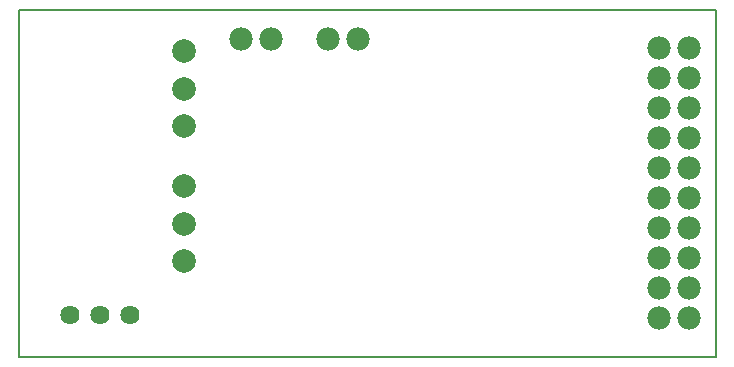
<source format=gbs>
G75*
G70*
%OFA0B0*%
%FSLAX24Y24*%
%IPPOS*%
%LPD*%
%AMOC8*
5,1,8,0,0,1.08239X$1,22.5*
%
%ADD10C,0.0080*%
%ADD11C,0.0780*%
%ADD12C,0.0790*%
%ADD13C,0.0640*%
D10*
X001620Y001620D02*
X001620Y013190D01*
X024862Y013190D01*
X024862Y001620D01*
X001620Y001620D01*
D11*
X009020Y012220D03*
X010020Y012220D03*
X011920Y012220D03*
X012920Y012220D03*
X022970Y011920D03*
X023970Y011920D03*
X023970Y010920D03*
X022970Y010920D03*
X022970Y009920D03*
X023970Y009920D03*
X023970Y008920D03*
X022970Y008920D03*
X022970Y007920D03*
X023970Y007920D03*
X023970Y006920D03*
X022970Y006920D03*
X022970Y005920D03*
X023970Y005920D03*
X023970Y004920D03*
X022970Y004920D03*
X022970Y003920D03*
X023970Y003920D03*
X023970Y002920D03*
X022970Y002920D03*
D12*
X007120Y004820D03*
X007120Y006070D03*
X007120Y007320D03*
X007120Y009320D03*
X007120Y010570D03*
X007120Y011820D03*
D13*
X005320Y003020D03*
X004320Y003020D03*
X003320Y003020D03*
M02*

</source>
